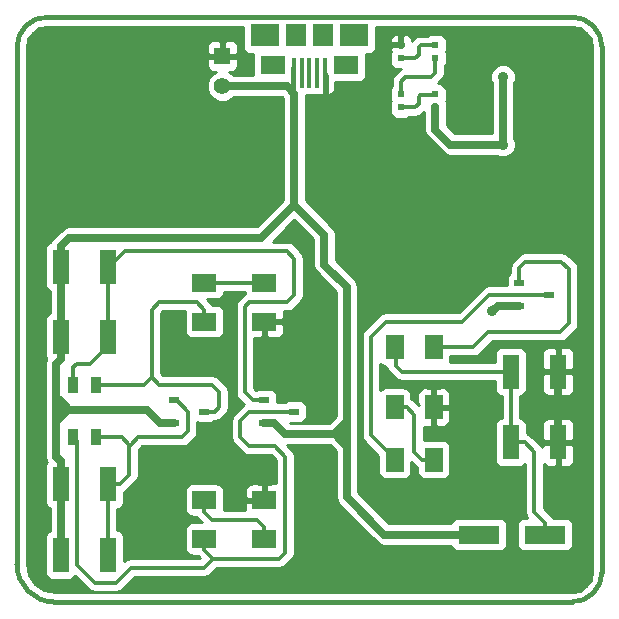
<source format=gtl>
G04 (created by PCBNEW (2013-mar-13)-testing) date Mon 19 Aug 2013 04:09:37 PM CEST*
%MOIN*%
G04 Gerber Fmt 3.4, Leading zero omitted, Abs format*
%FSLAX34Y34*%
G01*
G70*
G90*
G04 APERTURE LIST*
%ADD10C,0.000787402*%
%ADD11C,0.015*%
%ADD12R,0.0157X0.0984252*%
%ADD13R,0.0826772X0.0629921*%
%ADD14R,0.0945X0.0748*%
%ADD15R,0.0709X0.0748*%
%ADD16R,0.1377X0.0629*%
%ADD17R,0.035X0.024*%
%ADD18R,0.055X0.055*%
%ADD19C,0.055*%
%ADD20R,0.0551X0.1142*%
%ADD21R,0.0236X0.023622*%
%ADD22R,0.08X0.06*%
%ADD23R,0.06X0.08*%
%ADD24R,0.035X0.055*%
%ADD25C,0.035*%
%ADD26C,0.012*%
%ADD27C,0.025*%
%ADD28C,0.01*%
G04 APERTURE END LIST*
G54D10*
G54D11*
X67250Y-28250D02*
X49750Y-28250D01*
X68250Y-46750D02*
X68250Y-29250D01*
X68250Y-29250D02*
G75*
G03X67250Y-28250I-1000J0D01*
G74*
G01*
X50000Y-47750D02*
X67250Y-47750D01*
X48750Y-46500D02*
X48750Y-29250D01*
X48750Y-46500D02*
G75*
G03X50000Y-47750I1250J0D01*
G74*
G01*
X67250Y-47750D02*
G75*
G03X68250Y-46750I0J1000D01*
G74*
G01*
X49750Y-28250D02*
G75*
G03X48750Y-29250I0J-1000D01*
G74*
G01*
G54D12*
X58500Y-30116D03*
X58755Y-30116D03*
X58244Y-30116D03*
X59011Y-30116D03*
X57988Y-30116D03*
G54D13*
X59720Y-29860D03*
X57279Y-29860D03*
G54D14*
X59996Y-28857D03*
X57004Y-28857D03*
G54D15*
X58953Y-28857D03*
X58047Y-28857D03*
G54D16*
X66352Y-45500D03*
X64148Y-45500D03*
G54D17*
X54000Y-41775D03*
X54000Y-41025D03*
X55000Y-41400D03*
X65500Y-37875D03*
X65500Y-37125D03*
X66500Y-37500D03*
X57000Y-41775D03*
X57000Y-41025D03*
X58000Y-41400D03*
G54D18*
X55600Y-29550D03*
G54D19*
X55600Y-30550D03*
G54D20*
X50213Y-36569D03*
X51787Y-36569D03*
X50213Y-38931D03*
X51787Y-38931D03*
X50213Y-43819D03*
X51787Y-43819D03*
X50213Y-46181D03*
X51787Y-46181D03*
X65213Y-40069D03*
X66787Y-40069D03*
X65213Y-42431D03*
X66787Y-42431D03*
G54D21*
X61550Y-29183D03*
X61550Y-29616D03*
X62700Y-29183D03*
X62700Y-29616D03*
X61550Y-30833D03*
X61550Y-31266D03*
X62700Y-30833D03*
X62700Y-31266D03*
G54D22*
X55000Y-44350D03*
X55000Y-45650D03*
X55000Y-37100D03*
X55000Y-38400D03*
G54D23*
X62650Y-43000D03*
X61350Y-43000D03*
X62650Y-39250D03*
X61350Y-39250D03*
G54D22*
X57000Y-38400D03*
X57000Y-37100D03*
G54D23*
X62650Y-41250D03*
X61350Y-41250D03*
G54D22*
X57000Y-44350D03*
X57000Y-45650D03*
G54D24*
X50625Y-40500D03*
X51375Y-40500D03*
X50625Y-42250D03*
X51375Y-42250D03*
G54D25*
X67300Y-46800D03*
X53350Y-33450D03*
X67400Y-31850D03*
X55850Y-40250D03*
X58550Y-40250D03*
X60500Y-36000D03*
X60650Y-32500D03*
X64950Y-30250D03*
X64950Y-32500D03*
X64600Y-38050D03*
G54D26*
X59011Y-30116D02*
X59016Y-30116D01*
X59100Y-30200D02*
X59100Y-30850D01*
X59016Y-30116D02*
X59100Y-30200D01*
X59011Y-30116D02*
X59011Y-30761D01*
X59011Y-30761D02*
X59050Y-30800D01*
G54D27*
X67325Y-46825D02*
X67300Y-46800D01*
G54D26*
X59012Y-29900D02*
X59012Y-30012D01*
G54D27*
X66787Y-40069D02*
X66787Y-42431D01*
G54D26*
X58000Y-30800D02*
X58000Y-30128D01*
X58000Y-30128D02*
X57988Y-30116D01*
X57988Y-30116D02*
X57988Y-30537D01*
X57988Y-30537D02*
X57863Y-30663D01*
G54D27*
X55600Y-30550D02*
X57750Y-30550D01*
X58000Y-34000D02*
X58000Y-34500D01*
X58000Y-34000D02*
X58000Y-33250D01*
X58000Y-30800D02*
X58000Y-33250D01*
X57750Y-30550D02*
X57863Y-30663D01*
X57863Y-30663D02*
X58000Y-30800D01*
X62700Y-31266D02*
X62700Y-32000D01*
X63200Y-32500D02*
X64950Y-32500D01*
X62700Y-32000D02*
X63200Y-32500D01*
X64950Y-32500D02*
X64950Y-30250D01*
G54D26*
X57938Y-30588D02*
X57938Y-29950D01*
X57938Y-29950D02*
X57988Y-29900D01*
X58000Y-29912D02*
X57988Y-29900D01*
G54D27*
X50213Y-36569D02*
X50319Y-36569D01*
X50213Y-36569D02*
X50213Y-37947D01*
X50213Y-37947D02*
X50213Y-38931D01*
X50650Y-35600D02*
X50500Y-35600D01*
X50500Y-35600D02*
X50213Y-35887D01*
X50213Y-35887D02*
X50213Y-36569D01*
X58000Y-34500D02*
X56900Y-35600D01*
X50650Y-35600D02*
X56900Y-35600D01*
X50100Y-41350D02*
X50100Y-41300D01*
X50100Y-41300D02*
X50275Y-41125D01*
X50650Y-41350D02*
X50450Y-41350D01*
X50450Y-41350D02*
X50050Y-41750D01*
X50650Y-41350D02*
X50500Y-41350D01*
X50500Y-41350D02*
X50275Y-41125D01*
X50275Y-41125D02*
X50050Y-40900D01*
X59700Y-42500D02*
X59700Y-42050D01*
X59700Y-42050D02*
X59550Y-41900D01*
X59350Y-42150D02*
X59700Y-42500D01*
X59700Y-42500D02*
X59750Y-42550D01*
X59750Y-42550D02*
X59750Y-42450D01*
X59700Y-42400D02*
X59750Y-42400D01*
X59750Y-42450D02*
X59700Y-42400D01*
X59350Y-42150D02*
X59350Y-42100D01*
X59350Y-42100D02*
X59550Y-41900D01*
X59550Y-41900D02*
X59750Y-41700D01*
X57000Y-41775D02*
X57325Y-41775D01*
X57700Y-42150D02*
X59350Y-42150D01*
X59350Y-42150D02*
X59450Y-42150D01*
X59450Y-42150D02*
X59750Y-42150D01*
X57325Y-41775D02*
X57700Y-42150D01*
X54000Y-41775D02*
X53525Y-41775D01*
X53100Y-41350D02*
X50650Y-41350D01*
X50650Y-41350D02*
X50100Y-41350D01*
X50100Y-41350D02*
X50050Y-41350D01*
X53525Y-41775D02*
X53100Y-41350D01*
X65500Y-37875D02*
X64775Y-37875D01*
X64775Y-37875D02*
X64600Y-38050D01*
X59750Y-37250D02*
X59750Y-40000D01*
X59750Y-41250D02*
X59750Y-41700D01*
X59750Y-41150D02*
X59750Y-41250D01*
X59750Y-40000D02*
X59750Y-40900D01*
X58000Y-34500D02*
X59000Y-35500D01*
X59000Y-36500D02*
X59750Y-37250D01*
X59000Y-35500D02*
X59000Y-36500D01*
X59750Y-40900D02*
X59750Y-41150D01*
X61000Y-45500D02*
X64148Y-45500D01*
X59750Y-42550D02*
X59750Y-44250D01*
X59750Y-44250D02*
X61000Y-45500D01*
X59750Y-42150D02*
X59750Y-42400D01*
X59750Y-42400D02*
X59750Y-42550D01*
X59750Y-41700D02*
X59750Y-42150D01*
X50213Y-43063D02*
X50213Y-43819D01*
X50050Y-41750D02*
X50050Y-42900D01*
X50050Y-42900D02*
X50213Y-43063D01*
X50050Y-39800D02*
X50050Y-40900D01*
X50213Y-39637D02*
X50050Y-39800D01*
X50213Y-38931D02*
X50213Y-39637D01*
X50050Y-40900D02*
X50050Y-41350D01*
X50050Y-41350D02*
X50050Y-41750D01*
X57500Y-35000D02*
X58000Y-34500D01*
X50213Y-46181D02*
X50213Y-45197D01*
X50213Y-45197D02*
X50213Y-43819D01*
G54D26*
X56350Y-38200D02*
X56350Y-40750D01*
X56350Y-38200D02*
X56350Y-37900D01*
X56350Y-37900D02*
X56500Y-37750D01*
X56350Y-40750D02*
X56625Y-41025D01*
X56500Y-37750D02*
X57750Y-37750D01*
X57000Y-41025D02*
X56625Y-41025D01*
X51787Y-36569D02*
X51831Y-36569D01*
X52350Y-36050D02*
X57250Y-36050D01*
X51831Y-36569D02*
X52350Y-36050D01*
X57750Y-36050D02*
X57250Y-36050D01*
X58000Y-36300D02*
X57750Y-36050D01*
X58000Y-37500D02*
X58000Y-36300D01*
X57750Y-37750D02*
X58000Y-37500D01*
X51787Y-38931D02*
X51787Y-39213D01*
X50625Y-39925D02*
X50625Y-40500D01*
X50750Y-39800D02*
X50625Y-39925D01*
X51200Y-39800D02*
X50750Y-39800D01*
X51787Y-39213D02*
X51200Y-39800D01*
X51787Y-36569D02*
X51787Y-38931D01*
X57000Y-45630D02*
X57000Y-45250D01*
X55000Y-44750D02*
X55000Y-44370D01*
X55250Y-45000D02*
X55000Y-44750D01*
X56750Y-45000D02*
X55250Y-45000D01*
X57000Y-45250D02*
X56750Y-45000D01*
X51787Y-43819D02*
X51787Y-46181D01*
X54200Y-42250D02*
X54250Y-42250D01*
X52550Y-42500D02*
X52800Y-42250D01*
X52800Y-42250D02*
X54200Y-42250D01*
X52500Y-42500D02*
X52550Y-42500D01*
X54250Y-42250D02*
X54450Y-42050D01*
X54000Y-41025D02*
X54075Y-41025D01*
X54075Y-41025D02*
X54450Y-41400D01*
X54450Y-41400D02*
X54450Y-42050D01*
X52250Y-42250D02*
X52500Y-42500D01*
X52500Y-43500D02*
X52500Y-42500D01*
X51375Y-42250D02*
X52250Y-42250D01*
X51787Y-43819D02*
X52181Y-43819D01*
X52181Y-43819D02*
X52500Y-43500D01*
X61700Y-31266D02*
X61550Y-31266D01*
X61600Y-31266D02*
X61700Y-31266D01*
X61700Y-31266D02*
X62033Y-31266D01*
X62683Y-30850D02*
X62700Y-30833D01*
X62200Y-30850D02*
X62683Y-30850D01*
X62150Y-30900D02*
X62200Y-30850D01*
X62150Y-31150D02*
X62150Y-30900D01*
X62033Y-31266D02*
X62150Y-31150D01*
X61550Y-30833D02*
X61550Y-30400D01*
X62700Y-30100D02*
X62700Y-29616D01*
X62550Y-30250D02*
X62700Y-30100D01*
X61700Y-30250D02*
X62550Y-30250D01*
X61550Y-30400D02*
X61700Y-30250D01*
X62216Y-29183D02*
X62700Y-29183D01*
X62150Y-29250D02*
X62216Y-29183D01*
X62150Y-29500D02*
X62150Y-29250D01*
X62033Y-29616D02*
X62150Y-29500D01*
X61550Y-29616D02*
X62033Y-29616D01*
X66500Y-37500D02*
X64500Y-37500D01*
X60550Y-42180D02*
X61370Y-43000D01*
X60550Y-38900D02*
X60550Y-42180D01*
X61050Y-38400D02*
X60550Y-38900D01*
X63600Y-38400D02*
X61050Y-38400D01*
X64500Y-37500D02*
X63600Y-38400D01*
X55000Y-41400D02*
X55350Y-41400D01*
X53500Y-40500D02*
X55250Y-40500D01*
X55250Y-40500D02*
X55500Y-40750D01*
X53500Y-40500D02*
X53250Y-40250D01*
X55500Y-41250D02*
X55500Y-40750D01*
X55350Y-41400D02*
X55500Y-41250D01*
X53250Y-40250D02*
X53000Y-40500D01*
X53000Y-40500D02*
X51375Y-40500D01*
X54120Y-37750D02*
X54750Y-37750D01*
X53500Y-37750D02*
X53250Y-38000D01*
X53250Y-40250D02*
X53250Y-38000D01*
X54120Y-37750D02*
X53500Y-37750D01*
X55000Y-38000D02*
X55000Y-38380D01*
X54750Y-37750D02*
X55000Y-38000D01*
X52050Y-47100D02*
X51350Y-47100D01*
X50625Y-42250D02*
X50750Y-42375D01*
X50750Y-46500D02*
X50750Y-42375D01*
X50950Y-46700D02*
X50750Y-46500D01*
X50950Y-46700D02*
X51350Y-47100D01*
X55000Y-46600D02*
X52550Y-46600D01*
X52550Y-46600D02*
X52050Y-47100D01*
X55000Y-46600D02*
X55300Y-46300D01*
X55650Y-46300D02*
X55300Y-46300D01*
X56500Y-41400D02*
X56200Y-41700D01*
X56200Y-41700D02*
X56200Y-42250D01*
X56500Y-42550D02*
X56700Y-42550D01*
X57350Y-42550D02*
X57700Y-42900D01*
X57700Y-42900D02*
X57700Y-46100D01*
X57700Y-46100D02*
X57500Y-46300D01*
X57500Y-46300D02*
X55650Y-46300D01*
X56200Y-42250D02*
X56500Y-42550D01*
X56700Y-42550D02*
X57350Y-42550D01*
X58000Y-41400D02*
X56500Y-41400D01*
X55000Y-46000D02*
X55000Y-45650D01*
X55300Y-46300D02*
X55000Y-46000D01*
X55000Y-37120D02*
X57000Y-37120D01*
X66352Y-45102D02*
X66000Y-44750D01*
X65213Y-42431D02*
X65213Y-40069D01*
X66352Y-45500D02*
X66352Y-45102D01*
X65681Y-42431D02*
X65213Y-42431D01*
X66000Y-42750D02*
X65681Y-42431D01*
X66000Y-44750D02*
X66000Y-42750D01*
X61370Y-39250D02*
X61370Y-39870D01*
X61569Y-40069D02*
X65213Y-40069D01*
X61370Y-39870D02*
X61569Y-40069D01*
X67150Y-37950D02*
X67150Y-38450D01*
X65500Y-36600D02*
X65700Y-36400D01*
X65700Y-36400D02*
X66750Y-36400D01*
X65500Y-37125D02*
X65500Y-36800D01*
X65500Y-36800D02*
X65500Y-36600D01*
X66900Y-36400D02*
X66750Y-36400D01*
X67150Y-36650D02*
X66900Y-36400D01*
X67150Y-37950D02*
X67150Y-36650D01*
X64450Y-38750D02*
X66850Y-38750D01*
X66850Y-38750D02*
X67150Y-38450D01*
X63950Y-39250D02*
X62630Y-39250D01*
X64350Y-38850D02*
X63950Y-39250D01*
X64350Y-38850D02*
X64450Y-38750D01*
X62630Y-43000D02*
X62250Y-43000D01*
X61750Y-41250D02*
X61370Y-41250D01*
X62000Y-41500D02*
X61750Y-41250D01*
X62000Y-42750D02*
X62000Y-41500D01*
X62250Y-43000D02*
X62000Y-42750D01*
G54D10*
G36*
X57390Y-43799D02*
X57350Y-43799D01*
X57112Y-43800D01*
X57050Y-43862D01*
X57050Y-44300D01*
X57057Y-44300D01*
X57057Y-44400D01*
X57050Y-44400D01*
X57050Y-44407D01*
X56950Y-44407D01*
X56950Y-44400D01*
X56950Y-44300D01*
X56950Y-43862D01*
X56887Y-43800D01*
X56649Y-43799D01*
X56550Y-43800D01*
X56458Y-43838D01*
X56387Y-43908D01*
X56349Y-44000D01*
X56350Y-44237D01*
X56412Y-44300D01*
X56950Y-44300D01*
X56950Y-44400D01*
X56412Y-44400D01*
X56350Y-44462D01*
X56349Y-44690D01*
X55649Y-44690D01*
X55650Y-44600D01*
X55650Y-44000D01*
X55612Y-43908D01*
X55541Y-43838D01*
X55449Y-43800D01*
X55350Y-43799D01*
X54550Y-43799D01*
X54458Y-43837D01*
X54388Y-43908D01*
X54350Y-44000D01*
X54349Y-44099D01*
X54349Y-44699D01*
X54387Y-44791D01*
X54458Y-44861D01*
X54550Y-44899D01*
X54649Y-44900D01*
X54734Y-44900D01*
X54780Y-44969D01*
X54911Y-45099D01*
X54550Y-45099D01*
X54458Y-45137D01*
X54388Y-45208D01*
X54350Y-45300D01*
X54349Y-45399D01*
X54349Y-45999D01*
X54387Y-46091D01*
X54458Y-46161D01*
X54550Y-46199D01*
X54649Y-46200D01*
X54767Y-46200D01*
X54780Y-46219D01*
X54851Y-46290D01*
X52550Y-46290D01*
X52431Y-46313D01*
X52330Y-46380D01*
X52312Y-46399D01*
X52312Y-45560D01*
X52274Y-45468D01*
X52204Y-45398D01*
X52112Y-45360D01*
X52097Y-45360D01*
X52097Y-44640D01*
X52112Y-44640D01*
X52203Y-44602D01*
X52274Y-44531D01*
X52312Y-44439D01*
X52312Y-44340D01*
X52312Y-44096D01*
X52400Y-44038D01*
X52719Y-43719D01*
X52719Y-43719D01*
X52719Y-43719D01*
X52786Y-43618D01*
X52786Y-43618D01*
X52810Y-43500D01*
X52810Y-42678D01*
X52928Y-42560D01*
X54200Y-42560D01*
X54250Y-42560D01*
X54368Y-42536D01*
X54469Y-42469D01*
X54669Y-42269D01*
X54736Y-42168D01*
X54760Y-42050D01*
X54760Y-41763D01*
X54775Y-41769D01*
X54874Y-41770D01*
X55224Y-41770D01*
X55316Y-41732D01*
X55338Y-41710D01*
X55350Y-41710D01*
X55468Y-41686D01*
X55569Y-41619D01*
X55719Y-41469D01*
X55786Y-41368D01*
X55810Y-41250D01*
X55810Y-40750D01*
X55786Y-40631D01*
X55786Y-40631D01*
X55759Y-40591D01*
X55719Y-40530D01*
X55719Y-40530D01*
X55469Y-40280D01*
X55368Y-40213D01*
X55250Y-40190D01*
X53628Y-40190D01*
X53560Y-40121D01*
X53560Y-38128D01*
X53628Y-38060D01*
X54120Y-38060D01*
X54350Y-38060D01*
X54349Y-38149D01*
X54349Y-38749D01*
X54387Y-38841D01*
X54458Y-38911D01*
X54550Y-38949D01*
X54649Y-38950D01*
X55449Y-38950D01*
X55541Y-38912D01*
X55611Y-38841D01*
X55649Y-38749D01*
X55650Y-38650D01*
X55650Y-38050D01*
X55612Y-37958D01*
X55541Y-37888D01*
X55449Y-37850D01*
X55350Y-37849D01*
X55265Y-37849D01*
X55259Y-37841D01*
X55219Y-37780D01*
X55219Y-37780D01*
X55088Y-37650D01*
X55449Y-37650D01*
X55541Y-37612D01*
X55611Y-37541D01*
X55649Y-37449D01*
X55649Y-37430D01*
X56349Y-37430D01*
X56349Y-37449D01*
X56361Y-37476D01*
X56280Y-37530D01*
X56130Y-37680D01*
X56063Y-37781D01*
X56040Y-37900D01*
X56040Y-38200D01*
X56040Y-40750D01*
X56063Y-40868D01*
X56130Y-40969D01*
X56317Y-41156D01*
X56280Y-41180D01*
X56280Y-41180D01*
X55980Y-41480D01*
X55913Y-41581D01*
X55890Y-41700D01*
X55890Y-42250D01*
X55913Y-42368D01*
X55980Y-42469D01*
X56280Y-42769D01*
X56280Y-42769D01*
X56381Y-42836D01*
X56381Y-42836D01*
X56476Y-42855D01*
X56499Y-42860D01*
X56499Y-42859D01*
X56500Y-42860D01*
X56700Y-42860D01*
X57221Y-42860D01*
X57390Y-43028D01*
X57390Y-43799D01*
X57390Y-43799D01*
G37*
G54D28*
X57390Y-43799D02*
X57350Y-43799D01*
X57112Y-43800D01*
X57050Y-43862D01*
X57050Y-44300D01*
X57057Y-44300D01*
X57057Y-44400D01*
X57050Y-44400D01*
X57050Y-44407D01*
X56950Y-44407D01*
X56950Y-44400D01*
X56950Y-44300D01*
X56950Y-43862D01*
X56887Y-43800D01*
X56649Y-43799D01*
X56550Y-43800D01*
X56458Y-43838D01*
X56387Y-43908D01*
X56349Y-44000D01*
X56350Y-44237D01*
X56412Y-44300D01*
X56950Y-44300D01*
X56950Y-44400D01*
X56412Y-44400D01*
X56350Y-44462D01*
X56349Y-44690D01*
X55649Y-44690D01*
X55650Y-44600D01*
X55650Y-44000D01*
X55612Y-43908D01*
X55541Y-43838D01*
X55449Y-43800D01*
X55350Y-43799D01*
X54550Y-43799D01*
X54458Y-43837D01*
X54388Y-43908D01*
X54350Y-44000D01*
X54349Y-44099D01*
X54349Y-44699D01*
X54387Y-44791D01*
X54458Y-44861D01*
X54550Y-44899D01*
X54649Y-44900D01*
X54734Y-44900D01*
X54780Y-44969D01*
X54911Y-45099D01*
X54550Y-45099D01*
X54458Y-45137D01*
X54388Y-45208D01*
X54350Y-45300D01*
X54349Y-45399D01*
X54349Y-45999D01*
X54387Y-46091D01*
X54458Y-46161D01*
X54550Y-46199D01*
X54649Y-46200D01*
X54767Y-46200D01*
X54780Y-46219D01*
X54851Y-46290D01*
X52550Y-46290D01*
X52431Y-46313D01*
X52330Y-46380D01*
X52312Y-46399D01*
X52312Y-45560D01*
X52274Y-45468D01*
X52204Y-45398D01*
X52112Y-45360D01*
X52097Y-45360D01*
X52097Y-44640D01*
X52112Y-44640D01*
X52203Y-44602D01*
X52274Y-44531D01*
X52312Y-44439D01*
X52312Y-44340D01*
X52312Y-44096D01*
X52400Y-44038D01*
X52719Y-43719D01*
X52719Y-43719D01*
X52719Y-43719D01*
X52786Y-43618D01*
X52786Y-43618D01*
X52810Y-43500D01*
X52810Y-42678D01*
X52928Y-42560D01*
X54200Y-42560D01*
X54250Y-42560D01*
X54368Y-42536D01*
X54469Y-42469D01*
X54669Y-42269D01*
X54736Y-42168D01*
X54760Y-42050D01*
X54760Y-41763D01*
X54775Y-41769D01*
X54874Y-41770D01*
X55224Y-41770D01*
X55316Y-41732D01*
X55338Y-41710D01*
X55350Y-41710D01*
X55468Y-41686D01*
X55569Y-41619D01*
X55719Y-41469D01*
X55786Y-41368D01*
X55810Y-41250D01*
X55810Y-40750D01*
X55786Y-40631D01*
X55786Y-40631D01*
X55759Y-40591D01*
X55719Y-40530D01*
X55719Y-40530D01*
X55469Y-40280D01*
X55368Y-40213D01*
X55250Y-40190D01*
X53628Y-40190D01*
X53560Y-40121D01*
X53560Y-38128D01*
X53628Y-38060D01*
X54120Y-38060D01*
X54350Y-38060D01*
X54349Y-38149D01*
X54349Y-38749D01*
X54387Y-38841D01*
X54458Y-38911D01*
X54550Y-38949D01*
X54649Y-38950D01*
X55449Y-38950D01*
X55541Y-38912D01*
X55611Y-38841D01*
X55649Y-38749D01*
X55650Y-38650D01*
X55650Y-38050D01*
X55612Y-37958D01*
X55541Y-37888D01*
X55449Y-37850D01*
X55350Y-37849D01*
X55265Y-37849D01*
X55259Y-37841D01*
X55219Y-37780D01*
X55219Y-37780D01*
X55088Y-37650D01*
X55449Y-37650D01*
X55541Y-37612D01*
X55611Y-37541D01*
X55649Y-37449D01*
X55649Y-37430D01*
X56349Y-37430D01*
X56349Y-37449D01*
X56361Y-37476D01*
X56280Y-37530D01*
X56130Y-37680D01*
X56063Y-37781D01*
X56040Y-37900D01*
X56040Y-38200D01*
X56040Y-40750D01*
X56063Y-40868D01*
X56130Y-40969D01*
X56317Y-41156D01*
X56280Y-41180D01*
X56280Y-41180D01*
X55980Y-41480D01*
X55913Y-41581D01*
X55890Y-41700D01*
X55890Y-42250D01*
X55913Y-42368D01*
X55980Y-42469D01*
X56280Y-42769D01*
X56280Y-42769D01*
X56381Y-42836D01*
X56381Y-42836D01*
X56476Y-42855D01*
X56499Y-42860D01*
X56499Y-42859D01*
X56500Y-42860D01*
X56700Y-42860D01*
X57221Y-42860D01*
X57390Y-43028D01*
X57390Y-43799D01*
G54D10*
G36*
X59375Y-41544D02*
X59284Y-41634D01*
X59284Y-41634D01*
X59144Y-41775D01*
X57855Y-41775D01*
X57850Y-41770D01*
X57874Y-41770D01*
X58224Y-41770D01*
X58316Y-41732D01*
X58386Y-41661D01*
X58424Y-41569D01*
X58425Y-41470D01*
X58425Y-41230D01*
X58387Y-41138D01*
X58316Y-41068D01*
X58224Y-41030D01*
X58125Y-41029D01*
X57775Y-41029D01*
X57683Y-41067D01*
X57661Y-41090D01*
X57650Y-41090D01*
X57650Y-38749D01*
X57650Y-38512D01*
X57587Y-38450D01*
X57050Y-38450D01*
X57050Y-38887D01*
X57112Y-38950D01*
X57350Y-38950D01*
X57449Y-38949D01*
X57541Y-38911D01*
X57612Y-38841D01*
X57650Y-38749D01*
X57650Y-41090D01*
X57425Y-41090D01*
X57425Y-40855D01*
X57387Y-40763D01*
X57316Y-40693D01*
X57224Y-40655D01*
X57125Y-40654D01*
X56775Y-40654D01*
X56717Y-40678D01*
X56660Y-40621D01*
X56660Y-38950D01*
X56887Y-38950D01*
X56950Y-38887D01*
X56950Y-38450D01*
X56942Y-38450D01*
X56942Y-38350D01*
X56950Y-38350D01*
X56950Y-38342D01*
X57050Y-38342D01*
X57050Y-38350D01*
X57587Y-38350D01*
X57650Y-38287D01*
X57650Y-38060D01*
X57750Y-38060D01*
X57868Y-38036D01*
X57969Y-37969D01*
X58219Y-37719D01*
X58219Y-37719D01*
X58219Y-37719D01*
X58259Y-37658D01*
X58286Y-37618D01*
X58286Y-37618D01*
X58310Y-37500D01*
X58310Y-36300D01*
X58286Y-36181D01*
X58286Y-36181D01*
X58259Y-36141D01*
X58219Y-36080D01*
X58219Y-36080D01*
X57969Y-35830D01*
X57868Y-35763D01*
X57750Y-35740D01*
X57290Y-35740D01*
X57765Y-35265D01*
X57999Y-35030D01*
X58000Y-35030D01*
X58625Y-35655D01*
X58625Y-36500D01*
X58653Y-36643D01*
X58734Y-36765D01*
X59375Y-37405D01*
X59375Y-40000D01*
X59375Y-40900D01*
X59375Y-41150D01*
X59375Y-41250D01*
X59375Y-41544D01*
X59375Y-41544D01*
G37*
G54D28*
X59375Y-41544D02*
X59284Y-41634D01*
X59284Y-41634D01*
X59144Y-41775D01*
X57855Y-41775D01*
X57850Y-41770D01*
X57874Y-41770D01*
X58224Y-41770D01*
X58316Y-41732D01*
X58386Y-41661D01*
X58424Y-41569D01*
X58425Y-41470D01*
X58425Y-41230D01*
X58387Y-41138D01*
X58316Y-41068D01*
X58224Y-41030D01*
X58125Y-41029D01*
X57775Y-41029D01*
X57683Y-41067D01*
X57661Y-41090D01*
X57650Y-41090D01*
X57650Y-38749D01*
X57650Y-38512D01*
X57587Y-38450D01*
X57050Y-38450D01*
X57050Y-38887D01*
X57112Y-38950D01*
X57350Y-38950D01*
X57449Y-38949D01*
X57541Y-38911D01*
X57612Y-38841D01*
X57650Y-38749D01*
X57650Y-41090D01*
X57425Y-41090D01*
X57425Y-40855D01*
X57387Y-40763D01*
X57316Y-40693D01*
X57224Y-40655D01*
X57125Y-40654D01*
X56775Y-40654D01*
X56717Y-40678D01*
X56660Y-40621D01*
X56660Y-38950D01*
X56887Y-38950D01*
X56950Y-38887D01*
X56950Y-38450D01*
X56942Y-38450D01*
X56942Y-38350D01*
X56950Y-38350D01*
X56950Y-38342D01*
X57050Y-38342D01*
X57050Y-38350D01*
X57587Y-38350D01*
X57650Y-38287D01*
X57650Y-38060D01*
X57750Y-38060D01*
X57868Y-38036D01*
X57969Y-37969D01*
X58219Y-37719D01*
X58219Y-37719D01*
X58219Y-37719D01*
X58259Y-37658D01*
X58286Y-37618D01*
X58286Y-37618D01*
X58310Y-37500D01*
X58310Y-36300D01*
X58286Y-36181D01*
X58286Y-36181D01*
X58259Y-36141D01*
X58219Y-36080D01*
X58219Y-36080D01*
X57969Y-35830D01*
X57868Y-35763D01*
X57750Y-35740D01*
X57290Y-35740D01*
X57765Y-35265D01*
X57999Y-35030D01*
X58000Y-35030D01*
X58625Y-35655D01*
X58625Y-36500D01*
X58653Y-36643D01*
X58734Y-36765D01*
X59375Y-37405D01*
X59375Y-40000D01*
X59375Y-40900D01*
X59375Y-41150D01*
X59375Y-41250D01*
X59375Y-41544D01*
G54D10*
G36*
X67925Y-46716D02*
X67867Y-47006D01*
X67723Y-47222D01*
X67505Y-47368D01*
X67460Y-47377D01*
X67460Y-38450D01*
X67459Y-38450D01*
X67460Y-38450D01*
X67460Y-37950D01*
X67460Y-36650D01*
X67436Y-36531D01*
X67436Y-36531D01*
X67409Y-36491D01*
X67369Y-36430D01*
X67369Y-36430D01*
X67119Y-36180D01*
X67018Y-36113D01*
X66900Y-36090D01*
X66750Y-36090D01*
X65700Y-36090D01*
X65581Y-36113D01*
X65480Y-36180D01*
X65375Y-36286D01*
X65375Y-32415D01*
X65325Y-32294D01*
X65325Y-30455D01*
X65374Y-30334D01*
X65375Y-30165D01*
X65310Y-30009D01*
X65191Y-29889D01*
X65034Y-29825D01*
X64865Y-29824D01*
X64709Y-29889D01*
X64589Y-30008D01*
X64525Y-30165D01*
X64524Y-30334D01*
X64575Y-30455D01*
X64575Y-32125D01*
X63355Y-32125D01*
X63075Y-31844D01*
X63075Y-31266D01*
X63068Y-31231D01*
X63068Y-31098D01*
X63047Y-31049D01*
X63067Y-31001D01*
X63068Y-30902D01*
X63068Y-30666D01*
X63030Y-30574D01*
X62959Y-30503D01*
X62867Y-30465D01*
X62772Y-30465D01*
X62919Y-30319D01*
X62986Y-30218D01*
X63010Y-30100D01*
X63010Y-29896D01*
X63029Y-29876D01*
X63067Y-29784D01*
X63068Y-29684D01*
X63068Y-29448D01*
X63047Y-29399D01*
X63067Y-29351D01*
X63068Y-29252D01*
X63068Y-29016D01*
X63030Y-28924D01*
X62959Y-28853D01*
X62867Y-28815D01*
X62768Y-28815D01*
X62532Y-28815D01*
X62440Y-28853D01*
X62420Y-28873D01*
X62216Y-28873D01*
X62097Y-28897D01*
X61997Y-28964D01*
X61930Y-29030D01*
X61918Y-29049D01*
X61918Y-29016D01*
X61880Y-28924D01*
X61809Y-28853D01*
X61717Y-28815D01*
X61618Y-28815D01*
X61662Y-28815D01*
X61600Y-28878D01*
X61600Y-29133D01*
X61607Y-29133D01*
X61607Y-29233D01*
X61600Y-29233D01*
X61600Y-29241D01*
X61500Y-29241D01*
X61500Y-29233D01*
X61500Y-29133D01*
X61500Y-28878D01*
X61437Y-28815D01*
X61481Y-28815D01*
X61382Y-28815D01*
X61290Y-28853D01*
X61219Y-28924D01*
X61181Y-29016D01*
X61182Y-29071D01*
X61244Y-29133D01*
X61500Y-29133D01*
X61500Y-29233D01*
X61244Y-29233D01*
X61182Y-29296D01*
X61181Y-29351D01*
X61202Y-29400D01*
X61182Y-29448D01*
X61181Y-29547D01*
X61181Y-29783D01*
X61219Y-29875D01*
X61290Y-29946D01*
X61382Y-29984D01*
X61481Y-29984D01*
X61550Y-29984D01*
X61480Y-30030D01*
X61330Y-30180D01*
X61263Y-30281D01*
X61240Y-30400D01*
X61240Y-30553D01*
X61220Y-30573D01*
X61182Y-30665D01*
X61181Y-30765D01*
X61181Y-31001D01*
X61202Y-31050D01*
X61182Y-31098D01*
X61181Y-31197D01*
X61181Y-31433D01*
X61219Y-31525D01*
X61290Y-31596D01*
X61382Y-31634D01*
X61481Y-31634D01*
X61717Y-31634D01*
X61809Y-31596D01*
X61829Y-31576D01*
X62033Y-31576D01*
X62152Y-31552D01*
X62252Y-31485D01*
X62325Y-31413D01*
X62325Y-32000D01*
X62353Y-32143D01*
X62434Y-32265D01*
X62934Y-32765D01*
X63056Y-32846D01*
X63200Y-32875D01*
X64744Y-32875D01*
X64865Y-32924D01*
X65034Y-32925D01*
X65190Y-32860D01*
X65310Y-32741D01*
X65374Y-32584D01*
X65375Y-32415D01*
X65375Y-36286D01*
X65280Y-36380D01*
X65213Y-36481D01*
X65190Y-36600D01*
X65190Y-36790D01*
X65183Y-36792D01*
X65113Y-36863D01*
X65075Y-36955D01*
X65074Y-37054D01*
X65074Y-37190D01*
X64500Y-37190D01*
X64381Y-37213D01*
X64280Y-37280D01*
X63471Y-38090D01*
X61050Y-38090D01*
X60931Y-38113D01*
X60830Y-38180D01*
X60330Y-38680D01*
X60263Y-38781D01*
X60240Y-38900D01*
X60240Y-42180D01*
X60263Y-42298D01*
X60330Y-42399D01*
X60799Y-42868D01*
X60799Y-43449D01*
X60837Y-43541D01*
X60908Y-43611D01*
X61000Y-43649D01*
X61099Y-43650D01*
X61699Y-43650D01*
X61791Y-43612D01*
X61861Y-43541D01*
X61899Y-43449D01*
X61900Y-43350D01*
X61900Y-43088D01*
X62030Y-43219D01*
X62030Y-43219D01*
X62091Y-43259D01*
X62099Y-43265D01*
X62099Y-43449D01*
X62137Y-43541D01*
X62208Y-43611D01*
X62300Y-43649D01*
X62399Y-43650D01*
X62999Y-43650D01*
X63091Y-43612D01*
X63161Y-43541D01*
X63199Y-43449D01*
X63200Y-43350D01*
X63200Y-42550D01*
X63200Y-41600D01*
X63200Y-40899D01*
X63199Y-40800D01*
X63161Y-40708D01*
X63091Y-40637D01*
X62999Y-40599D01*
X62762Y-40600D01*
X62700Y-40662D01*
X62700Y-41200D01*
X63137Y-41200D01*
X63200Y-41137D01*
X63200Y-40899D01*
X63200Y-41600D01*
X63200Y-41362D01*
X63137Y-41300D01*
X62700Y-41300D01*
X62700Y-41837D01*
X62762Y-41900D01*
X62999Y-41900D01*
X63091Y-41862D01*
X63161Y-41791D01*
X63199Y-41699D01*
X63200Y-41600D01*
X63200Y-42550D01*
X63162Y-42458D01*
X63091Y-42388D01*
X62999Y-42350D01*
X62900Y-42349D01*
X62310Y-42349D01*
X62310Y-41900D01*
X62537Y-41900D01*
X62600Y-41837D01*
X62600Y-41300D01*
X62592Y-41300D01*
X62592Y-41200D01*
X62600Y-41200D01*
X62600Y-40662D01*
X62537Y-40600D01*
X62300Y-40599D01*
X62208Y-40637D01*
X62138Y-40708D01*
X62100Y-40800D01*
X62099Y-40899D01*
X62100Y-41137D01*
X62162Y-41199D01*
X62138Y-41199D01*
X61969Y-41030D01*
X61900Y-40984D01*
X61900Y-40800D01*
X61862Y-40708D01*
X61791Y-40638D01*
X61699Y-40600D01*
X61600Y-40599D01*
X61000Y-40599D01*
X60908Y-40637D01*
X60860Y-40686D01*
X60860Y-39813D01*
X60908Y-39861D01*
X61000Y-39899D01*
X61065Y-39900D01*
X61083Y-39988D01*
X61150Y-40089D01*
X61349Y-40288D01*
X61450Y-40355D01*
X61569Y-40379D01*
X64687Y-40379D01*
X64687Y-40689D01*
X64725Y-40781D01*
X64795Y-40851D01*
X64887Y-40889D01*
X64903Y-40889D01*
X64903Y-41609D01*
X64887Y-41609D01*
X64796Y-41647D01*
X64725Y-41718D01*
X64687Y-41810D01*
X64687Y-41909D01*
X64687Y-43051D01*
X64725Y-43143D01*
X64795Y-43213D01*
X64887Y-43251D01*
X64987Y-43252D01*
X65538Y-43252D01*
X65629Y-43214D01*
X65690Y-43154D01*
X65690Y-44750D01*
X65713Y-44868D01*
X65758Y-44935D01*
X65613Y-44935D01*
X65522Y-44973D01*
X65451Y-45043D01*
X65413Y-45135D01*
X65413Y-45235D01*
X65413Y-45864D01*
X65451Y-45955D01*
X65521Y-46026D01*
X65613Y-46064D01*
X65713Y-46064D01*
X67090Y-46064D01*
X67181Y-46026D01*
X67252Y-45956D01*
X67290Y-45864D01*
X67290Y-45764D01*
X67290Y-45135D01*
X67252Y-45044D01*
X67182Y-44973D01*
X67090Y-44935D01*
X66990Y-44935D01*
X66606Y-44935D01*
X66571Y-44882D01*
X66310Y-44621D01*
X66310Y-43154D01*
X66369Y-43213D01*
X66461Y-43251D01*
X66561Y-43252D01*
X66674Y-43252D01*
X66737Y-43189D01*
X66737Y-42481D01*
X66737Y-42381D01*
X66737Y-41672D01*
X66737Y-40827D01*
X66737Y-40119D01*
X66737Y-40019D01*
X66737Y-39310D01*
X66674Y-39248D01*
X66561Y-39247D01*
X66461Y-39248D01*
X66369Y-39286D01*
X66299Y-39356D01*
X66261Y-39448D01*
X66261Y-39956D01*
X66324Y-40019D01*
X66737Y-40019D01*
X66737Y-40119D01*
X66324Y-40119D01*
X66261Y-40181D01*
X66261Y-40689D01*
X66299Y-40781D01*
X66369Y-40851D01*
X66461Y-40889D01*
X66561Y-40890D01*
X66674Y-40890D01*
X66737Y-40827D01*
X66737Y-41672D01*
X66674Y-41610D01*
X66561Y-41609D01*
X66461Y-41610D01*
X66369Y-41648D01*
X66299Y-41718D01*
X66261Y-41810D01*
X66261Y-42318D01*
X66324Y-42381D01*
X66737Y-42381D01*
X66737Y-42481D01*
X66324Y-42481D01*
X66261Y-42543D01*
X66261Y-42594D01*
X66219Y-42530D01*
X66219Y-42530D01*
X65900Y-42211D01*
X65799Y-42144D01*
X65738Y-42132D01*
X65738Y-41810D01*
X65700Y-41718D01*
X65630Y-41648D01*
X65538Y-41610D01*
X65523Y-41610D01*
X65523Y-40890D01*
X65538Y-40890D01*
X65629Y-40852D01*
X65700Y-40781D01*
X65738Y-40689D01*
X65738Y-40590D01*
X65738Y-39448D01*
X65700Y-39356D01*
X65630Y-39286D01*
X65538Y-39248D01*
X65438Y-39247D01*
X64887Y-39247D01*
X64796Y-39285D01*
X64725Y-39356D01*
X64687Y-39448D01*
X64687Y-39547D01*
X64687Y-39759D01*
X63175Y-39759D01*
X63199Y-39699D01*
X63200Y-39600D01*
X63200Y-39560D01*
X63950Y-39560D01*
X64068Y-39536D01*
X64169Y-39469D01*
X64569Y-39069D01*
X64569Y-39069D01*
X64569Y-39069D01*
X64578Y-39060D01*
X66850Y-39060D01*
X66968Y-39036D01*
X67069Y-38969D01*
X67369Y-38669D01*
X67369Y-38669D01*
X67369Y-38669D01*
X67436Y-38568D01*
X67436Y-38568D01*
X67455Y-38473D01*
X67460Y-38450D01*
X67460Y-47377D01*
X67312Y-47406D01*
X67312Y-43051D01*
X67312Y-41810D01*
X67312Y-40689D01*
X67312Y-39448D01*
X67274Y-39356D01*
X67204Y-39286D01*
X67112Y-39248D01*
X67012Y-39247D01*
X66899Y-39248D01*
X66837Y-39310D01*
X66837Y-40019D01*
X67250Y-40019D01*
X67312Y-39956D01*
X67312Y-39448D01*
X67312Y-40689D01*
X67312Y-40181D01*
X67250Y-40119D01*
X66837Y-40119D01*
X66837Y-40827D01*
X66899Y-40890D01*
X67012Y-40890D01*
X67112Y-40889D01*
X67204Y-40851D01*
X67274Y-40781D01*
X67312Y-40689D01*
X67312Y-41810D01*
X67274Y-41718D01*
X67204Y-41648D01*
X67112Y-41610D01*
X67012Y-41609D01*
X66899Y-41610D01*
X66837Y-41672D01*
X66837Y-42381D01*
X67250Y-42381D01*
X67312Y-42318D01*
X67312Y-41810D01*
X67312Y-43051D01*
X67312Y-42543D01*
X67250Y-42481D01*
X66837Y-42481D01*
X66837Y-43189D01*
X66899Y-43252D01*
X67012Y-43252D01*
X67112Y-43251D01*
X67204Y-43213D01*
X67274Y-43143D01*
X67312Y-43051D01*
X67312Y-47406D01*
X67218Y-47425D01*
X50034Y-47425D01*
X49647Y-47348D01*
X49351Y-47150D01*
X49150Y-46850D01*
X49075Y-46468D01*
X49075Y-29281D01*
X49131Y-28994D01*
X49277Y-28776D01*
X49493Y-28632D01*
X49783Y-28575D01*
X56281Y-28575D01*
X56281Y-29280D01*
X56319Y-29372D01*
X56389Y-29442D01*
X56481Y-29480D01*
X56581Y-29481D01*
X56622Y-29481D01*
X56616Y-29495D01*
X56616Y-29595D01*
X56616Y-30175D01*
X55967Y-30175D01*
X55897Y-30105D01*
X55825Y-30075D01*
X55825Y-30075D01*
X55924Y-30074D01*
X56016Y-30036D01*
X56087Y-29966D01*
X56125Y-29874D01*
X56125Y-29225D01*
X56087Y-29133D01*
X56016Y-29063D01*
X55924Y-29025D01*
X55825Y-29024D01*
X55712Y-29025D01*
X55650Y-29087D01*
X55650Y-29500D01*
X56062Y-29500D01*
X56125Y-29437D01*
X56125Y-29225D01*
X56125Y-29874D01*
X56125Y-29662D01*
X56062Y-29600D01*
X55650Y-29600D01*
X55650Y-29607D01*
X55550Y-29607D01*
X55550Y-29600D01*
X55550Y-29500D01*
X55550Y-29087D01*
X55487Y-29025D01*
X55374Y-29024D01*
X55275Y-29025D01*
X55183Y-29063D01*
X55112Y-29133D01*
X55074Y-29225D01*
X55075Y-29437D01*
X55137Y-29500D01*
X55550Y-29500D01*
X55550Y-29600D01*
X55137Y-29600D01*
X55075Y-29662D01*
X55074Y-29874D01*
X55112Y-29966D01*
X55183Y-30036D01*
X55275Y-30074D01*
X55374Y-30075D01*
X55374Y-30075D01*
X55303Y-30104D01*
X55155Y-30252D01*
X55075Y-30445D01*
X55074Y-30653D01*
X55154Y-30847D01*
X55302Y-30994D01*
X55495Y-31074D01*
X55703Y-31075D01*
X55897Y-30995D01*
X55967Y-30925D01*
X57594Y-30925D01*
X57597Y-30928D01*
X57597Y-30928D01*
X57597Y-30928D01*
X57625Y-30955D01*
X57625Y-33250D01*
X57625Y-34000D01*
X57625Y-34344D01*
X56744Y-35225D01*
X50650Y-35225D01*
X50500Y-35225D01*
X50356Y-35253D01*
X50234Y-35334D01*
X49947Y-35621D01*
X49866Y-35743D01*
X49863Y-35758D01*
X49796Y-35785D01*
X49725Y-35856D01*
X49687Y-35948D01*
X49687Y-36047D01*
X49687Y-37189D01*
X49725Y-37281D01*
X49795Y-37351D01*
X49838Y-37369D01*
X49838Y-37947D01*
X49838Y-38130D01*
X49796Y-38147D01*
X49725Y-38218D01*
X49687Y-38310D01*
X49687Y-38409D01*
X49687Y-39551D01*
X49720Y-39631D01*
X49703Y-39656D01*
X49675Y-39800D01*
X49675Y-40900D01*
X49675Y-41350D01*
X49675Y-41750D01*
X49675Y-42900D01*
X49703Y-43043D01*
X49737Y-43094D01*
X49725Y-43106D01*
X49687Y-43198D01*
X49687Y-43297D01*
X49687Y-44439D01*
X49725Y-44531D01*
X49795Y-44601D01*
X49838Y-44619D01*
X49838Y-45197D01*
X49838Y-45380D01*
X49796Y-45397D01*
X49725Y-45468D01*
X49687Y-45560D01*
X49687Y-45659D01*
X49687Y-46801D01*
X49725Y-46893D01*
X49795Y-46963D01*
X49887Y-47001D01*
X49987Y-47002D01*
X50538Y-47002D01*
X50629Y-46964D01*
X50700Y-46893D01*
X50701Y-46890D01*
X50730Y-46919D01*
X51130Y-47319D01*
X51130Y-47319D01*
X51231Y-47386D01*
X51231Y-47386D01*
X51349Y-47409D01*
X51350Y-47410D01*
X52050Y-47410D01*
X52168Y-47386D01*
X52269Y-47319D01*
X52678Y-46910D01*
X55000Y-46910D01*
X55118Y-46886D01*
X55219Y-46819D01*
X55428Y-46610D01*
X55650Y-46610D01*
X57500Y-46610D01*
X57618Y-46586D01*
X57719Y-46519D01*
X57919Y-46319D01*
X57986Y-46218D01*
X58010Y-46100D01*
X58010Y-42900D01*
X58009Y-42899D01*
X58010Y-42899D01*
X58005Y-42876D01*
X57986Y-42781D01*
X57986Y-42781D01*
X57919Y-42680D01*
X57919Y-42680D01*
X57763Y-42525D01*
X59194Y-42525D01*
X59375Y-42705D01*
X59375Y-44250D01*
X59403Y-44393D01*
X59484Y-44515D01*
X60734Y-45765D01*
X60856Y-45846D01*
X61000Y-45875D01*
X63213Y-45875D01*
X63247Y-45955D01*
X63317Y-46026D01*
X63409Y-46064D01*
X63509Y-46064D01*
X64886Y-46064D01*
X64977Y-46026D01*
X65048Y-45956D01*
X65086Y-45864D01*
X65086Y-45764D01*
X65086Y-45135D01*
X65048Y-45044D01*
X64978Y-44973D01*
X64886Y-44935D01*
X64786Y-44935D01*
X63409Y-44935D01*
X63318Y-44973D01*
X63247Y-45043D01*
X63213Y-45125D01*
X61155Y-45125D01*
X60125Y-44094D01*
X60125Y-42550D01*
X60125Y-42450D01*
X60125Y-42400D01*
X60125Y-42150D01*
X60125Y-41700D01*
X60125Y-41250D01*
X60125Y-41150D01*
X60125Y-40900D01*
X60125Y-40000D01*
X60125Y-37250D01*
X60124Y-37249D01*
X60096Y-37106D01*
X60015Y-36984D01*
X60015Y-36984D01*
X59375Y-36344D01*
X59375Y-35500D01*
X59346Y-35356D01*
X59265Y-35234D01*
X59265Y-35234D01*
X58375Y-34344D01*
X58375Y-34000D01*
X58375Y-33250D01*
X58375Y-30858D01*
X58471Y-30858D01*
X58628Y-30858D01*
X58628Y-30858D01*
X58726Y-30858D01*
X58883Y-30858D01*
X58883Y-30858D01*
X58883Y-30858D01*
X58910Y-30858D01*
X58928Y-30840D01*
X58975Y-30820D01*
X59046Y-30750D01*
X59051Y-30738D01*
X59051Y-30796D01*
X59113Y-30858D01*
X59139Y-30858D01*
X59231Y-30820D01*
X59302Y-30750D01*
X59340Y-30658D01*
X59340Y-30559D01*
X59340Y-30425D01*
X59356Y-30425D01*
X60183Y-30425D01*
X60275Y-30387D01*
X60345Y-30317D01*
X60383Y-30225D01*
X60383Y-30126D01*
X60383Y-29496D01*
X60377Y-29481D01*
X60518Y-29481D01*
X60609Y-29443D01*
X60680Y-29372D01*
X60718Y-29280D01*
X60718Y-29181D01*
X60718Y-28575D01*
X67218Y-28575D01*
X67505Y-28631D01*
X67723Y-28777D01*
X67867Y-28993D01*
X67925Y-29283D01*
X67925Y-46716D01*
X67925Y-46716D01*
G37*
G54D28*
X67925Y-46716D02*
X67867Y-47006D01*
X67723Y-47222D01*
X67505Y-47368D01*
X67460Y-47377D01*
X67460Y-38450D01*
X67459Y-38450D01*
X67460Y-38450D01*
X67460Y-37950D01*
X67460Y-36650D01*
X67436Y-36531D01*
X67436Y-36531D01*
X67409Y-36491D01*
X67369Y-36430D01*
X67369Y-36430D01*
X67119Y-36180D01*
X67018Y-36113D01*
X66900Y-36090D01*
X66750Y-36090D01*
X65700Y-36090D01*
X65581Y-36113D01*
X65480Y-36180D01*
X65375Y-36286D01*
X65375Y-32415D01*
X65325Y-32294D01*
X65325Y-30455D01*
X65374Y-30334D01*
X65375Y-30165D01*
X65310Y-30009D01*
X65191Y-29889D01*
X65034Y-29825D01*
X64865Y-29824D01*
X64709Y-29889D01*
X64589Y-30008D01*
X64525Y-30165D01*
X64524Y-30334D01*
X64575Y-30455D01*
X64575Y-32125D01*
X63355Y-32125D01*
X63075Y-31844D01*
X63075Y-31266D01*
X63068Y-31231D01*
X63068Y-31098D01*
X63047Y-31049D01*
X63067Y-31001D01*
X63068Y-30902D01*
X63068Y-30666D01*
X63030Y-30574D01*
X62959Y-30503D01*
X62867Y-30465D01*
X62772Y-30465D01*
X62919Y-30319D01*
X62986Y-30218D01*
X63010Y-30100D01*
X63010Y-29896D01*
X63029Y-29876D01*
X63067Y-29784D01*
X63068Y-29684D01*
X63068Y-29448D01*
X63047Y-29399D01*
X63067Y-29351D01*
X63068Y-29252D01*
X63068Y-29016D01*
X63030Y-28924D01*
X62959Y-28853D01*
X62867Y-28815D01*
X62768Y-28815D01*
X62532Y-28815D01*
X62440Y-28853D01*
X62420Y-28873D01*
X62216Y-28873D01*
X62097Y-28897D01*
X61997Y-28964D01*
X61930Y-29030D01*
X61918Y-29049D01*
X61918Y-29016D01*
X61880Y-28924D01*
X61809Y-28853D01*
X61717Y-28815D01*
X61618Y-28815D01*
X61662Y-28815D01*
X61600Y-28878D01*
X61600Y-29133D01*
X61607Y-29133D01*
X61607Y-29233D01*
X61600Y-29233D01*
X61600Y-29241D01*
X61500Y-29241D01*
X61500Y-29233D01*
X61500Y-29133D01*
X61500Y-28878D01*
X61437Y-28815D01*
X61481Y-28815D01*
X61382Y-28815D01*
X61290Y-28853D01*
X61219Y-28924D01*
X61181Y-29016D01*
X61182Y-29071D01*
X61244Y-29133D01*
X61500Y-29133D01*
X61500Y-29233D01*
X61244Y-29233D01*
X61182Y-29296D01*
X61181Y-29351D01*
X61202Y-29400D01*
X61182Y-29448D01*
X61181Y-29547D01*
X61181Y-29783D01*
X61219Y-29875D01*
X61290Y-29946D01*
X61382Y-29984D01*
X61481Y-29984D01*
X61550Y-29984D01*
X61480Y-30030D01*
X61330Y-30180D01*
X61263Y-30281D01*
X61240Y-30400D01*
X61240Y-30553D01*
X61220Y-30573D01*
X61182Y-30665D01*
X61181Y-30765D01*
X61181Y-31001D01*
X61202Y-31050D01*
X61182Y-31098D01*
X61181Y-31197D01*
X61181Y-31433D01*
X61219Y-31525D01*
X61290Y-31596D01*
X61382Y-31634D01*
X61481Y-31634D01*
X61717Y-31634D01*
X61809Y-31596D01*
X61829Y-31576D01*
X62033Y-31576D01*
X62152Y-31552D01*
X62252Y-31485D01*
X62325Y-31413D01*
X62325Y-32000D01*
X62353Y-32143D01*
X62434Y-32265D01*
X62934Y-32765D01*
X63056Y-32846D01*
X63200Y-32875D01*
X64744Y-32875D01*
X64865Y-32924D01*
X65034Y-32925D01*
X65190Y-32860D01*
X65310Y-32741D01*
X65374Y-32584D01*
X65375Y-32415D01*
X65375Y-36286D01*
X65280Y-36380D01*
X65213Y-36481D01*
X65190Y-36600D01*
X65190Y-36790D01*
X65183Y-36792D01*
X65113Y-36863D01*
X65075Y-36955D01*
X65074Y-37054D01*
X65074Y-37190D01*
X64500Y-37190D01*
X64381Y-37213D01*
X64280Y-37280D01*
X63471Y-38090D01*
X61050Y-38090D01*
X60931Y-38113D01*
X60830Y-38180D01*
X60330Y-38680D01*
X60263Y-38781D01*
X60240Y-38900D01*
X60240Y-42180D01*
X60263Y-42298D01*
X60330Y-42399D01*
X60799Y-42868D01*
X60799Y-43449D01*
X60837Y-43541D01*
X60908Y-43611D01*
X61000Y-43649D01*
X61099Y-43650D01*
X61699Y-43650D01*
X61791Y-43612D01*
X61861Y-43541D01*
X61899Y-43449D01*
X61900Y-43350D01*
X61900Y-43088D01*
X62030Y-43219D01*
X62030Y-43219D01*
X62091Y-43259D01*
X62099Y-43265D01*
X62099Y-43449D01*
X62137Y-43541D01*
X62208Y-43611D01*
X62300Y-43649D01*
X62399Y-43650D01*
X62999Y-43650D01*
X63091Y-43612D01*
X63161Y-43541D01*
X63199Y-43449D01*
X63200Y-43350D01*
X63200Y-42550D01*
X63200Y-41600D01*
X63200Y-40899D01*
X63199Y-40800D01*
X63161Y-40708D01*
X63091Y-40637D01*
X62999Y-40599D01*
X62762Y-40600D01*
X62700Y-40662D01*
X62700Y-41200D01*
X63137Y-41200D01*
X63200Y-41137D01*
X63200Y-40899D01*
X63200Y-41600D01*
X63200Y-41362D01*
X63137Y-41300D01*
X62700Y-41300D01*
X62700Y-41837D01*
X62762Y-41900D01*
X62999Y-41900D01*
X63091Y-41862D01*
X63161Y-41791D01*
X63199Y-41699D01*
X63200Y-41600D01*
X63200Y-42550D01*
X63162Y-42458D01*
X63091Y-42388D01*
X62999Y-42350D01*
X62900Y-42349D01*
X62310Y-42349D01*
X62310Y-41900D01*
X62537Y-41900D01*
X62600Y-41837D01*
X62600Y-41300D01*
X62592Y-41300D01*
X62592Y-41200D01*
X62600Y-41200D01*
X62600Y-40662D01*
X62537Y-40600D01*
X62300Y-40599D01*
X62208Y-40637D01*
X62138Y-40708D01*
X62100Y-40800D01*
X62099Y-40899D01*
X62100Y-41137D01*
X62162Y-41199D01*
X62138Y-41199D01*
X61969Y-41030D01*
X61900Y-40984D01*
X61900Y-40800D01*
X61862Y-40708D01*
X61791Y-40638D01*
X61699Y-40600D01*
X61600Y-40599D01*
X61000Y-40599D01*
X60908Y-40637D01*
X60860Y-40686D01*
X60860Y-39813D01*
X60908Y-39861D01*
X61000Y-39899D01*
X61065Y-39900D01*
X61083Y-39988D01*
X61150Y-40089D01*
X61349Y-40288D01*
X61450Y-40355D01*
X61569Y-40379D01*
X64687Y-40379D01*
X64687Y-40689D01*
X64725Y-40781D01*
X64795Y-40851D01*
X64887Y-40889D01*
X64903Y-40889D01*
X64903Y-41609D01*
X64887Y-41609D01*
X64796Y-41647D01*
X64725Y-41718D01*
X64687Y-41810D01*
X64687Y-41909D01*
X64687Y-43051D01*
X64725Y-43143D01*
X64795Y-43213D01*
X64887Y-43251D01*
X64987Y-43252D01*
X65538Y-43252D01*
X65629Y-43214D01*
X65690Y-43154D01*
X65690Y-44750D01*
X65713Y-44868D01*
X65758Y-44935D01*
X65613Y-44935D01*
X65522Y-44973D01*
X65451Y-45043D01*
X65413Y-45135D01*
X65413Y-45235D01*
X65413Y-45864D01*
X65451Y-45955D01*
X65521Y-46026D01*
X65613Y-46064D01*
X65713Y-46064D01*
X67090Y-46064D01*
X67181Y-46026D01*
X67252Y-45956D01*
X67290Y-45864D01*
X67290Y-45764D01*
X67290Y-45135D01*
X67252Y-45044D01*
X67182Y-44973D01*
X67090Y-44935D01*
X66990Y-44935D01*
X66606Y-44935D01*
X66571Y-44882D01*
X66310Y-44621D01*
X66310Y-43154D01*
X66369Y-43213D01*
X66461Y-43251D01*
X66561Y-43252D01*
X66674Y-43252D01*
X66737Y-43189D01*
X66737Y-42481D01*
X66737Y-42381D01*
X66737Y-41672D01*
X66737Y-40827D01*
X66737Y-40119D01*
X66737Y-40019D01*
X66737Y-39310D01*
X66674Y-39248D01*
X66561Y-39247D01*
X66461Y-39248D01*
X66369Y-39286D01*
X66299Y-39356D01*
X66261Y-39448D01*
X66261Y-39956D01*
X66324Y-40019D01*
X66737Y-40019D01*
X66737Y-40119D01*
X66324Y-40119D01*
X66261Y-40181D01*
X66261Y-40689D01*
X66299Y-40781D01*
X66369Y-40851D01*
X66461Y-40889D01*
X66561Y-40890D01*
X66674Y-40890D01*
X66737Y-40827D01*
X66737Y-41672D01*
X66674Y-41610D01*
X66561Y-41609D01*
X66461Y-41610D01*
X66369Y-41648D01*
X66299Y-41718D01*
X66261Y-41810D01*
X66261Y-42318D01*
X66324Y-42381D01*
X66737Y-42381D01*
X66737Y-42481D01*
X66324Y-42481D01*
X66261Y-42543D01*
X66261Y-42594D01*
X66219Y-42530D01*
X66219Y-42530D01*
X65900Y-42211D01*
X65799Y-42144D01*
X65738Y-42132D01*
X65738Y-41810D01*
X65700Y-41718D01*
X65630Y-41648D01*
X65538Y-41610D01*
X65523Y-41610D01*
X65523Y-40890D01*
X65538Y-40890D01*
X65629Y-40852D01*
X65700Y-40781D01*
X65738Y-40689D01*
X65738Y-40590D01*
X65738Y-39448D01*
X65700Y-39356D01*
X65630Y-39286D01*
X65538Y-39248D01*
X65438Y-39247D01*
X64887Y-39247D01*
X64796Y-39285D01*
X64725Y-39356D01*
X64687Y-39448D01*
X64687Y-39547D01*
X64687Y-39759D01*
X63175Y-39759D01*
X63199Y-39699D01*
X63200Y-39600D01*
X63200Y-39560D01*
X63950Y-39560D01*
X64068Y-39536D01*
X64169Y-39469D01*
X64569Y-39069D01*
X64569Y-39069D01*
X64569Y-39069D01*
X64578Y-39060D01*
X66850Y-39060D01*
X66968Y-39036D01*
X67069Y-38969D01*
X67369Y-38669D01*
X67369Y-38669D01*
X67369Y-38669D01*
X67436Y-38568D01*
X67436Y-38568D01*
X67455Y-38473D01*
X67460Y-38450D01*
X67460Y-47377D01*
X67312Y-47406D01*
X67312Y-43051D01*
X67312Y-41810D01*
X67312Y-40689D01*
X67312Y-39448D01*
X67274Y-39356D01*
X67204Y-39286D01*
X67112Y-39248D01*
X67012Y-39247D01*
X66899Y-39248D01*
X66837Y-39310D01*
X66837Y-40019D01*
X67250Y-40019D01*
X67312Y-39956D01*
X67312Y-39448D01*
X67312Y-40689D01*
X67312Y-40181D01*
X67250Y-40119D01*
X66837Y-40119D01*
X66837Y-40827D01*
X66899Y-40890D01*
X67012Y-40890D01*
X67112Y-40889D01*
X67204Y-40851D01*
X67274Y-40781D01*
X67312Y-40689D01*
X67312Y-41810D01*
X67274Y-41718D01*
X67204Y-41648D01*
X67112Y-41610D01*
X67012Y-41609D01*
X66899Y-41610D01*
X66837Y-41672D01*
X66837Y-42381D01*
X67250Y-42381D01*
X67312Y-42318D01*
X67312Y-41810D01*
X67312Y-43051D01*
X67312Y-42543D01*
X67250Y-42481D01*
X66837Y-42481D01*
X66837Y-43189D01*
X66899Y-43252D01*
X67012Y-43252D01*
X67112Y-43251D01*
X67204Y-43213D01*
X67274Y-43143D01*
X67312Y-43051D01*
X67312Y-47406D01*
X67218Y-47425D01*
X50034Y-47425D01*
X49647Y-47348D01*
X49351Y-47150D01*
X49150Y-46850D01*
X49075Y-46468D01*
X49075Y-29281D01*
X49131Y-28994D01*
X49277Y-28776D01*
X49493Y-28632D01*
X49783Y-28575D01*
X56281Y-28575D01*
X56281Y-29280D01*
X56319Y-29372D01*
X56389Y-29442D01*
X56481Y-29480D01*
X56581Y-29481D01*
X56622Y-29481D01*
X56616Y-29495D01*
X56616Y-29595D01*
X56616Y-30175D01*
X55967Y-30175D01*
X55897Y-30105D01*
X55825Y-30075D01*
X55825Y-30075D01*
X55924Y-30074D01*
X56016Y-30036D01*
X56087Y-29966D01*
X56125Y-29874D01*
X56125Y-29225D01*
X56087Y-29133D01*
X56016Y-29063D01*
X55924Y-29025D01*
X55825Y-29024D01*
X55712Y-29025D01*
X55650Y-29087D01*
X55650Y-29500D01*
X56062Y-29500D01*
X56125Y-29437D01*
X56125Y-29225D01*
X56125Y-29874D01*
X56125Y-29662D01*
X56062Y-29600D01*
X55650Y-29600D01*
X55650Y-29607D01*
X55550Y-29607D01*
X55550Y-29600D01*
X55550Y-29500D01*
X55550Y-29087D01*
X55487Y-29025D01*
X55374Y-29024D01*
X55275Y-29025D01*
X55183Y-29063D01*
X55112Y-29133D01*
X55074Y-29225D01*
X55075Y-29437D01*
X55137Y-29500D01*
X55550Y-29500D01*
X55550Y-29600D01*
X55137Y-29600D01*
X55075Y-29662D01*
X55074Y-29874D01*
X55112Y-29966D01*
X55183Y-30036D01*
X55275Y-30074D01*
X55374Y-30075D01*
X55374Y-30075D01*
X55303Y-30104D01*
X55155Y-30252D01*
X55075Y-30445D01*
X55074Y-30653D01*
X55154Y-30847D01*
X55302Y-30994D01*
X55495Y-31074D01*
X55703Y-31075D01*
X55897Y-30995D01*
X55967Y-30925D01*
X57594Y-30925D01*
X57597Y-30928D01*
X57597Y-30928D01*
X57597Y-30928D01*
X57625Y-30955D01*
X57625Y-33250D01*
X57625Y-34000D01*
X57625Y-34344D01*
X56744Y-35225D01*
X50650Y-35225D01*
X50500Y-35225D01*
X50356Y-35253D01*
X50234Y-35334D01*
X49947Y-35621D01*
X49866Y-35743D01*
X49863Y-35758D01*
X49796Y-35785D01*
X49725Y-35856D01*
X49687Y-35948D01*
X49687Y-36047D01*
X49687Y-37189D01*
X49725Y-37281D01*
X49795Y-37351D01*
X49838Y-37369D01*
X49838Y-37947D01*
X49838Y-38130D01*
X49796Y-38147D01*
X49725Y-38218D01*
X49687Y-38310D01*
X49687Y-38409D01*
X49687Y-39551D01*
X49720Y-39631D01*
X49703Y-39656D01*
X49675Y-39800D01*
X49675Y-40900D01*
X49675Y-41350D01*
X49675Y-41750D01*
X49675Y-42900D01*
X49703Y-43043D01*
X49737Y-43094D01*
X49725Y-43106D01*
X49687Y-43198D01*
X49687Y-43297D01*
X49687Y-44439D01*
X49725Y-44531D01*
X49795Y-44601D01*
X49838Y-44619D01*
X49838Y-45197D01*
X49838Y-45380D01*
X49796Y-45397D01*
X49725Y-45468D01*
X49687Y-45560D01*
X49687Y-45659D01*
X49687Y-46801D01*
X49725Y-46893D01*
X49795Y-46963D01*
X49887Y-47001D01*
X49987Y-47002D01*
X50538Y-47002D01*
X50629Y-46964D01*
X50700Y-46893D01*
X50701Y-46890D01*
X50730Y-46919D01*
X51130Y-47319D01*
X51130Y-47319D01*
X51231Y-47386D01*
X51231Y-47386D01*
X51349Y-47409D01*
X51350Y-47410D01*
X52050Y-47410D01*
X52168Y-47386D01*
X52269Y-47319D01*
X52678Y-46910D01*
X55000Y-46910D01*
X55118Y-46886D01*
X55219Y-46819D01*
X55428Y-46610D01*
X55650Y-46610D01*
X57500Y-46610D01*
X57618Y-46586D01*
X57719Y-46519D01*
X57919Y-46319D01*
X57986Y-46218D01*
X58010Y-46100D01*
X58010Y-42900D01*
X58009Y-42899D01*
X58010Y-42899D01*
X58005Y-42876D01*
X57986Y-42781D01*
X57986Y-42781D01*
X57919Y-42680D01*
X57919Y-42680D01*
X57763Y-42525D01*
X59194Y-42525D01*
X59375Y-42705D01*
X59375Y-44250D01*
X59403Y-44393D01*
X59484Y-44515D01*
X60734Y-45765D01*
X60856Y-45846D01*
X61000Y-45875D01*
X63213Y-45875D01*
X63247Y-45955D01*
X63317Y-46026D01*
X63409Y-46064D01*
X63509Y-46064D01*
X64886Y-46064D01*
X64977Y-46026D01*
X65048Y-45956D01*
X65086Y-45864D01*
X65086Y-45764D01*
X65086Y-45135D01*
X65048Y-45044D01*
X64978Y-44973D01*
X64886Y-44935D01*
X64786Y-44935D01*
X63409Y-44935D01*
X63318Y-44973D01*
X63247Y-45043D01*
X63213Y-45125D01*
X61155Y-45125D01*
X60125Y-44094D01*
X60125Y-42550D01*
X60125Y-42450D01*
X60125Y-42400D01*
X60125Y-42150D01*
X60125Y-41700D01*
X60125Y-41250D01*
X60125Y-41150D01*
X60125Y-40900D01*
X60125Y-40000D01*
X60125Y-37250D01*
X60124Y-37249D01*
X60096Y-37106D01*
X60015Y-36984D01*
X60015Y-36984D01*
X59375Y-36344D01*
X59375Y-35500D01*
X59346Y-35356D01*
X59265Y-35234D01*
X59265Y-35234D01*
X58375Y-34344D01*
X58375Y-34000D01*
X58375Y-33250D01*
X58375Y-30858D01*
X58471Y-30858D01*
X58628Y-30858D01*
X58628Y-30858D01*
X58726Y-30858D01*
X58883Y-30858D01*
X58883Y-30858D01*
X58883Y-30858D01*
X58910Y-30858D01*
X58928Y-30840D01*
X58975Y-30820D01*
X59046Y-30750D01*
X59051Y-30738D01*
X59051Y-30796D01*
X59113Y-30858D01*
X59139Y-30858D01*
X59231Y-30820D01*
X59302Y-30750D01*
X59340Y-30658D01*
X59340Y-30559D01*
X59340Y-30425D01*
X59356Y-30425D01*
X60183Y-30425D01*
X60275Y-30387D01*
X60345Y-30317D01*
X60383Y-30225D01*
X60383Y-30126D01*
X60383Y-29496D01*
X60377Y-29481D01*
X60518Y-29481D01*
X60609Y-29443D01*
X60680Y-29372D01*
X60718Y-29280D01*
X60718Y-29181D01*
X60718Y-28575D01*
X67218Y-28575D01*
X67505Y-28631D01*
X67723Y-28777D01*
X67867Y-28993D01*
X67925Y-29283D01*
X67925Y-46716D01*
M02*

</source>
